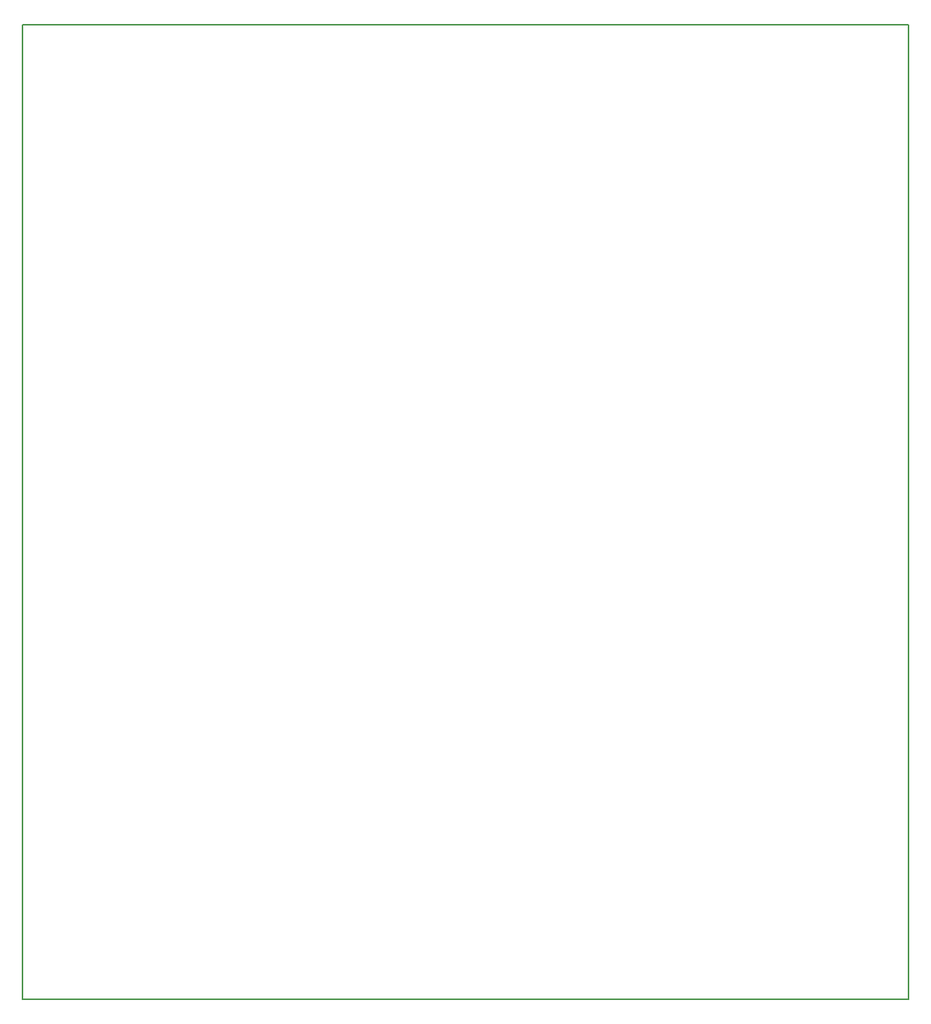
<source format=gm1>
G04 #@! TF.FileFunction,Profile,NP*
%FSLAX46Y46*%
G04 Gerber Fmt 4.6, Leading zero omitted, Abs format (unit mm)*
G04 Created by KiCad (PCBNEW 4.0.3+e1-6302~38~ubuntu15.10.1-stable) date Thu Nov 17 07:24:37 2016*
%MOMM*%
%LPD*%
G01*
G04 APERTURE LIST*
%ADD10C,0.200000*%
%ADD11C,0.150000*%
G04 APERTURE END LIST*
D10*
D11*
X143930000Y-61480000D02*
X43930000Y-61480000D01*
X143930000Y-171480000D02*
X143930000Y-61480000D01*
X43930000Y-171480000D02*
X143930000Y-171480000D01*
X43930000Y-61480000D02*
X43930000Y-171480000D01*
M02*

</source>
